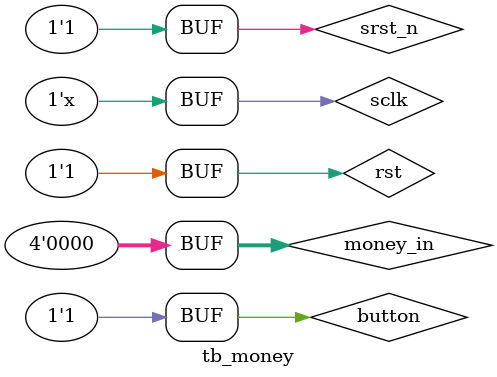
<source format=v>

`timescale 10ns / 10ns
module tb_money ();
	/////////////////////////////////////////////
	// parameter and signals
	/////////////////////////////////////////////
	// parameter

	// regs or wires
	reg sclk = 0;
	reg srst_n = 0;
	/////////////////////////////////////////////
	// main code
	/////////////////////////////////////////////
	// System clock
	always #10 sclk = ~sclk;

	//inital
	initial begin
		#0
			srst_n = 0;
		#30
			srst_n = 1;
		#150
			srst_n = 0;
		#10 srst_n = 1;
	end

	wire flag;
	wire [7:0] money_value;

	reg [3:0]  money_in;
	reg 	   rst = 1;
	reg 	   button;

	initial begin
		#0
			button = 1;
		#100
			button = 0;
		#20
			button = 1;
	end

	initial begin
		#150 rst = 0;
		#10 rst = 1;
	end

	initial begin
		#0
			money_in = 4'b0000;
		#50
			money_in = 4'b1000;
		#10
			money_in = 4'b0000;
		#20
			money_in = 4'b0100;
		#10
			money_in = 4'b0000;
	end

	// models
	money money_inst(
			 .money_in(money_in),
			 .en(srst_n),
			 .rst(rst),
			 .button(button),
			 .flag(flag),
			 .in_money_val(money_value)
			 );

	/////////////////////////////////////////////
	// code end
	/////////////////////////////////////////////
endmodule

</source>
